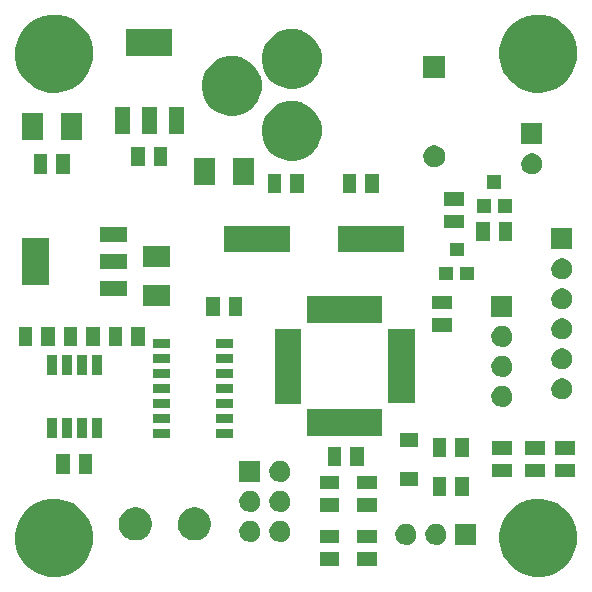
<source format=gts>
G04 (created by PCBNEW (2013-07-07 BZR 4022)-stable) date 12/31/2014 11:50:11 PM*
%MOIN*%
G04 Gerber Fmt 3.4, Leading zero omitted, Abs format*
%FSLAX34Y34*%
G01*
G70*
G90*
G04 APERTURE LIST*
%ADD10C,0.00590551*%
G04 APERTURE END LIST*
G54D10*
G36*
X850Y-11325D02*
X399Y-11325D01*
X399Y-10674D01*
X850Y-10674D01*
X850Y-11325D01*
X850Y-11325D01*
G37*
G36*
X1200Y-4450D02*
X499Y-4450D01*
X499Y-3549D01*
X1200Y-3549D01*
X1200Y-4450D01*
X1200Y-4450D01*
G37*
G36*
X1350Y-5575D02*
X899Y-5575D01*
X899Y-4924D01*
X1350Y-4924D01*
X1350Y-5575D01*
X1350Y-5575D01*
G37*
G36*
X1400Y-9270D02*
X499Y-9270D01*
X499Y-7729D01*
X1400Y-7729D01*
X1400Y-9270D01*
X1400Y-9270D01*
G37*
G36*
X1600Y-11325D02*
X1149Y-11325D01*
X1149Y-10674D01*
X1600Y-10674D01*
X1600Y-11325D01*
X1600Y-11325D01*
G37*
G36*
X1668Y-12275D02*
X1331Y-12275D01*
X1331Y-11624D01*
X1668Y-11624D01*
X1668Y-12275D01*
X1668Y-12275D01*
G37*
G36*
X1668Y-14375D02*
X1331Y-14375D01*
X1331Y-13724D01*
X1668Y-13724D01*
X1668Y-14375D01*
X1668Y-14375D01*
G37*
G36*
X2100Y-5575D02*
X1649Y-5575D01*
X1649Y-4924D01*
X2100Y-4924D01*
X2100Y-5575D01*
X2100Y-5575D01*
G37*
G36*
X2100Y-15575D02*
X1649Y-15575D01*
X1649Y-14924D01*
X2100Y-14924D01*
X2100Y-15575D01*
X2100Y-15575D01*
G37*
G36*
X2168Y-12275D02*
X1831Y-12275D01*
X1831Y-11624D01*
X2168Y-11624D01*
X2168Y-12275D01*
X2168Y-12275D01*
G37*
G36*
X2168Y-14375D02*
X1831Y-14375D01*
X1831Y-13724D01*
X2168Y-13724D01*
X2168Y-14375D01*
X2168Y-14375D01*
G37*
G36*
X2350Y-11325D02*
X1899Y-11325D01*
X1899Y-10674D01*
X2350Y-10674D01*
X2350Y-11325D01*
X2350Y-11325D01*
G37*
G36*
X2500Y-4450D02*
X1799Y-4450D01*
X1799Y-3549D01*
X2500Y-3549D01*
X2500Y-4450D01*
X2500Y-4450D01*
G37*
G36*
X2668Y-12275D02*
X2331Y-12275D01*
X2331Y-11624D01*
X2668Y-11624D01*
X2668Y-12275D01*
X2668Y-12275D01*
G37*
G36*
X2668Y-14375D02*
X2331Y-14375D01*
X2331Y-13724D01*
X2668Y-13724D01*
X2668Y-14375D01*
X2668Y-14375D01*
G37*
G36*
X2850Y-15575D02*
X2399Y-15575D01*
X2399Y-14924D01*
X2850Y-14924D01*
X2850Y-15575D01*
X2850Y-15575D01*
G37*
G36*
X2875Y-1449D02*
X2871Y-1736D01*
X2813Y-1988D01*
X2711Y-2218D01*
X2562Y-2429D01*
X2380Y-2603D01*
X2162Y-2741D01*
X1927Y-2832D01*
X1673Y-2877D01*
X1422Y-2872D01*
X1169Y-2816D01*
X939Y-2716D01*
X726Y-2568D01*
X552Y-2387D01*
X411Y-2170D01*
X319Y-1936D01*
X272Y-1682D01*
X276Y-1431D01*
X330Y-1177D01*
X428Y-947D01*
X575Y-733D01*
X754Y-557D01*
X971Y-415D01*
X1203Y-322D01*
X1458Y-273D01*
X1709Y-275D01*
X1963Y-327D01*
X2194Y-424D01*
X2409Y-569D01*
X2585Y-747D01*
X2729Y-963D01*
X2824Y-1194D01*
X2875Y-1449D01*
X2875Y-1449D01*
G37*
G36*
X2875Y-17590D02*
X2871Y-17878D01*
X2813Y-18130D01*
X2711Y-18360D01*
X2562Y-18571D01*
X2380Y-18744D01*
X2162Y-18883D01*
X1927Y-18974D01*
X1673Y-19019D01*
X1422Y-19014D01*
X1169Y-18958D01*
X939Y-18857D01*
X726Y-18710D01*
X552Y-18529D01*
X411Y-18311D01*
X319Y-18078D01*
X272Y-17823D01*
X276Y-17573D01*
X330Y-17319D01*
X428Y-17089D01*
X575Y-16875D01*
X754Y-16699D01*
X971Y-16557D01*
X1203Y-16463D01*
X1458Y-16415D01*
X1709Y-16416D01*
X1963Y-16469D01*
X2194Y-16566D01*
X2409Y-16711D01*
X2585Y-16888D01*
X2729Y-17105D01*
X2824Y-17336D01*
X2875Y-17590D01*
X2875Y-17590D01*
G37*
G36*
X3100Y-11325D02*
X2649Y-11325D01*
X2649Y-10674D01*
X3100Y-10674D01*
X3100Y-11325D01*
X3100Y-11325D01*
G37*
G36*
X3168Y-12275D02*
X2831Y-12275D01*
X2831Y-11624D01*
X3168Y-11624D01*
X3168Y-12275D01*
X3168Y-12275D01*
G37*
G36*
X3168Y-14375D02*
X2831Y-14375D01*
X2831Y-13724D01*
X3168Y-13724D01*
X3168Y-14375D01*
X3168Y-14375D01*
G37*
G36*
X3850Y-11325D02*
X3399Y-11325D01*
X3399Y-10674D01*
X3850Y-10674D01*
X3850Y-11325D01*
X3850Y-11325D01*
G37*
G36*
X4000Y-7850D02*
X3099Y-7850D01*
X3099Y-7349D01*
X4000Y-7349D01*
X4000Y-7850D01*
X4000Y-7850D01*
G37*
G36*
X4000Y-8750D02*
X3099Y-8750D01*
X3099Y-8249D01*
X4000Y-8249D01*
X4000Y-8750D01*
X4000Y-8750D01*
G37*
G36*
X4000Y-9650D02*
X3099Y-9650D01*
X3099Y-9149D01*
X4000Y-9149D01*
X4000Y-9650D01*
X4000Y-9650D01*
G37*
G36*
X4100Y-4250D02*
X3599Y-4250D01*
X3599Y-3349D01*
X4100Y-3349D01*
X4100Y-4250D01*
X4100Y-4250D01*
G37*
G36*
X4600Y-5325D02*
X4149Y-5325D01*
X4149Y-4674D01*
X4600Y-4674D01*
X4600Y-5325D01*
X4600Y-5325D01*
G37*
G36*
X4600Y-11325D02*
X4149Y-11325D01*
X4149Y-10674D01*
X4600Y-10674D01*
X4600Y-11325D01*
X4600Y-11325D01*
G37*
G36*
X4831Y-17197D02*
X4830Y-17317D01*
X4805Y-17426D01*
X4763Y-17521D01*
X4698Y-17612D01*
X4623Y-17684D01*
X4529Y-17744D01*
X4431Y-17781D01*
X4321Y-17801D01*
X4217Y-17799D01*
X4108Y-17775D01*
X4013Y-17733D01*
X3921Y-17669D01*
X3849Y-17594D01*
X3788Y-17500D01*
X3750Y-17404D01*
X3730Y-17294D01*
X3731Y-17190D01*
X3755Y-17080D01*
X3795Y-16985D01*
X3859Y-16892D01*
X3933Y-16820D01*
X4027Y-16758D01*
X4123Y-16720D01*
X4233Y-16699D01*
X4337Y-16699D01*
X4447Y-16722D01*
X4542Y-16762D01*
X4635Y-16825D01*
X4708Y-16898D01*
X4770Y-16992D01*
X4810Y-17087D01*
X4831Y-17197D01*
X4831Y-17197D01*
G37*
G36*
X5000Y-4250D02*
X4499Y-4250D01*
X4499Y-3349D01*
X5000Y-3349D01*
X5000Y-4250D01*
X5000Y-4250D01*
G37*
G36*
X5350Y-5325D02*
X4899Y-5325D01*
X4899Y-4674D01*
X5350Y-4674D01*
X5350Y-5325D01*
X5350Y-5325D01*
G37*
G36*
X5425Y-11400D02*
X4874Y-11400D01*
X4874Y-11099D01*
X5425Y-11099D01*
X5425Y-11400D01*
X5425Y-11400D01*
G37*
G36*
X5425Y-11900D02*
X4874Y-11900D01*
X4874Y-11599D01*
X5425Y-11599D01*
X5425Y-11900D01*
X5425Y-11900D01*
G37*
G36*
X5425Y-12400D02*
X4874Y-12400D01*
X4874Y-12099D01*
X5425Y-12099D01*
X5425Y-12400D01*
X5425Y-12400D01*
G37*
G36*
X5425Y-12900D02*
X4874Y-12900D01*
X4874Y-12599D01*
X5425Y-12599D01*
X5425Y-12900D01*
X5425Y-12900D01*
G37*
G36*
X5425Y-13400D02*
X4874Y-13400D01*
X4874Y-13099D01*
X5425Y-13099D01*
X5425Y-13400D01*
X5425Y-13400D01*
G37*
G36*
X5425Y-13900D02*
X4874Y-13900D01*
X4874Y-13599D01*
X5425Y-13599D01*
X5425Y-13900D01*
X5425Y-13900D01*
G37*
G36*
X5425Y-14400D02*
X4874Y-14400D01*
X4874Y-14099D01*
X5425Y-14099D01*
X5425Y-14400D01*
X5425Y-14400D01*
G37*
G36*
X5450Y-8700D02*
X4549Y-8700D01*
X4549Y-7999D01*
X5450Y-7999D01*
X5450Y-8700D01*
X5450Y-8700D01*
G37*
G36*
X5450Y-10000D02*
X4549Y-10000D01*
X4549Y-9299D01*
X5450Y-9299D01*
X5450Y-10000D01*
X5450Y-10000D01*
G37*
G36*
X5520Y-1650D02*
X3979Y-1650D01*
X3979Y-749D01*
X5520Y-749D01*
X5520Y-1650D01*
X5520Y-1650D01*
G37*
G36*
X5900Y-4250D02*
X5399Y-4250D01*
X5399Y-3349D01*
X5900Y-3349D01*
X5900Y-4250D01*
X5900Y-4250D01*
G37*
G36*
X6800Y-17197D02*
X6798Y-17317D01*
X6774Y-17426D01*
X6731Y-17521D01*
X6667Y-17612D01*
X6591Y-17684D01*
X6497Y-17744D01*
X6400Y-17781D01*
X6290Y-17801D01*
X6186Y-17799D01*
X6077Y-17775D01*
X5982Y-17733D01*
X5890Y-17669D01*
X5817Y-17594D01*
X5757Y-17500D01*
X5719Y-17404D01*
X5698Y-17294D01*
X5700Y-17190D01*
X5723Y-17080D01*
X5764Y-16985D01*
X5827Y-16892D01*
X5901Y-16820D01*
X5995Y-16758D01*
X6091Y-16720D01*
X6202Y-16699D01*
X6305Y-16699D01*
X6415Y-16722D01*
X6510Y-16762D01*
X6604Y-16825D01*
X6676Y-16898D01*
X6739Y-16992D01*
X6778Y-17087D01*
X6800Y-17197D01*
X6800Y-17197D01*
G37*
G36*
X6950Y-5950D02*
X6249Y-5950D01*
X6249Y-5049D01*
X6950Y-5049D01*
X6950Y-5950D01*
X6950Y-5950D01*
G37*
G36*
X7100Y-10325D02*
X6649Y-10325D01*
X6649Y-9674D01*
X7100Y-9674D01*
X7100Y-10325D01*
X7100Y-10325D01*
G37*
G36*
X7525Y-11400D02*
X6974Y-11400D01*
X6974Y-11099D01*
X7525Y-11099D01*
X7525Y-11400D01*
X7525Y-11400D01*
G37*
G36*
X7525Y-11900D02*
X6974Y-11900D01*
X6974Y-11599D01*
X7525Y-11599D01*
X7525Y-11900D01*
X7525Y-11900D01*
G37*
G36*
X7525Y-12400D02*
X6974Y-12400D01*
X6974Y-12099D01*
X7525Y-12099D01*
X7525Y-12400D01*
X7525Y-12400D01*
G37*
G36*
X7525Y-12900D02*
X6974Y-12900D01*
X6974Y-12599D01*
X7525Y-12599D01*
X7525Y-12900D01*
X7525Y-12900D01*
G37*
G36*
X7525Y-13400D02*
X6974Y-13400D01*
X6974Y-13099D01*
X7525Y-13099D01*
X7525Y-13400D01*
X7525Y-13400D01*
G37*
G36*
X7525Y-13900D02*
X6974Y-13900D01*
X6974Y-13599D01*
X7525Y-13599D01*
X7525Y-13900D01*
X7525Y-13900D01*
G37*
G36*
X7525Y-14400D02*
X6974Y-14400D01*
X6974Y-14099D01*
X7525Y-14099D01*
X7525Y-14400D01*
X7525Y-14400D01*
G37*
G36*
X7850Y-10325D02*
X7399Y-10325D01*
X7399Y-9674D01*
X7850Y-9674D01*
X7850Y-10325D01*
X7850Y-10325D01*
G37*
G36*
X8250Y-5950D02*
X7549Y-5950D01*
X7549Y-5049D01*
X8250Y-5049D01*
X8250Y-5950D01*
X8250Y-5950D01*
G37*
G36*
X8450Y-16467D02*
X8449Y-16542D01*
X8433Y-16612D01*
X8406Y-16672D01*
X8365Y-16731D01*
X8318Y-16776D01*
X8256Y-16814D01*
X8196Y-16838D01*
X8125Y-16851D01*
X8060Y-16849D01*
X7989Y-16834D01*
X7930Y-16808D01*
X7870Y-16766D01*
X7825Y-16720D01*
X7786Y-16659D01*
X7762Y-16598D01*
X7749Y-16527D01*
X7750Y-16462D01*
X7765Y-16391D01*
X7790Y-16332D01*
X7831Y-16272D01*
X7877Y-16227D01*
X7938Y-16187D01*
X7998Y-16163D01*
X8070Y-16149D01*
X8134Y-16149D01*
X8206Y-16164D01*
X8265Y-16189D01*
X8326Y-16230D01*
X8371Y-16275D01*
X8411Y-16336D01*
X8436Y-16395D01*
X8450Y-16467D01*
X8450Y-16467D01*
G37*
G36*
X8450Y-17467D02*
X8449Y-17542D01*
X8433Y-17612D01*
X8406Y-17672D01*
X8365Y-17731D01*
X8318Y-17776D01*
X8256Y-17814D01*
X8196Y-17838D01*
X8125Y-17851D01*
X8060Y-17849D01*
X7989Y-17834D01*
X7930Y-17808D01*
X7870Y-17766D01*
X7825Y-17720D01*
X7786Y-17659D01*
X7762Y-17598D01*
X7749Y-17527D01*
X7750Y-17462D01*
X7765Y-17391D01*
X7790Y-17332D01*
X7831Y-17272D01*
X7877Y-17227D01*
X7938Y-17187D01*
X7998Y-17163D01*
X8070Y-17149D01*
X8134Y-17149D01*
X8206Y-17164D01*
X8265Y-17189D01*
X8326Y-17230D01*
X8371Y-17275D01*
X8411Y-17336D01*
X8436Y-17395D01*
X8450Y-17467D01*
X8450Y-17467D01*
G37*
G36*
X8450Y-15850D02*
X7749Y-15850D01*
X7749Y-15149D01*
X8450Y-15149D01*
X8450Y-15850D01*
X8450Y-15850D01*
G37*
G36*
X8495Y-2554D02*
X8492Y-2773D01*
X8448Y-2967D01*
X8370Y-3142D01*
X8255Y-3304D01*
X8117Y-3436D01*
X7949Y-3543D01*
X7770Y-3612D01*
X7574Y-3647D01*
X7383Y-3643D01*
X7189Y-3600D01*
X7013Y-3523D01*
X6850Y-3410D01*
X6717Y-3272D01*
X6609Y-3105D01*
X6539Y-2927D01*
X6503Y-2731D01*
X6505Y-2540D01*
X6547Y-2345D01*
X6622Y-2170D01*
X6735Y-2005D01*
X6871Y-1872D01*
X7038Y-1762D01*
X7215Y-1691D01*
X7411Y-1653D01*
X7602Y-1655D01*
X7797Y-1695D01*
X7973Y-1769D01*
X8139Y-1880D01*
X8273Y-2016D01*
X8384Y-2182D01*
X8456Y-2358D01*
X8495Y-2554D01*
X8495Y-2554D01*
G37*
G36*
X9150Y-6225D02*
X8699Y-6225D01*
X8699Y-5574D01*
X9150Y-5574D01*
X9150Y-6225D01*
X9150Y-6225D01*
G37*
G36*
X9450Y-15467D02*
X9449Y-15542D01*
X9433Y-15612D01*
X9406Y-15672D01*
X9365Y-15731D01*
X9318Y-15776D01*
X9256Y-15814D01*
X9196Y-15838D01*
X9125Y-15851D01*
X9060Y-15849D01*
X8989Y-15834D01*
X8930Y-15808D01*
X8870Y-15766D01*
X8825Y-15720D01*
X8786Y-15659D01*
X8762Y-15598D01*
X8749Y-15527D01*
X8750Y-15462D01*
X8765Y-15391D01*
X8790Y-15332D01*
X8831Y-15272D01*
X8877Y-15227D01*
X8938Y-15187D01*
X8998Y-15163D01*
X9070Y-15149D01*
X9134Y-15149D01*
X9206Y-15164D01*
X9265Y-15189D01*
X9326Y-15230D01*
X9371Y-15275D01*
X9411Y-15336D01*
X9436Y-15395D01*
X9450Y-15467D01*
X9450Y-15467D01*
G37*
G36*
X9450Y-16467D02*
X9449Y-16542D01*
X9433Y-16612D01*
X9406Y-16672D01*
X9365Y-16731D01*
X9318Y-16776D01*
X9256Y-16814D01*
X9196Y-16838D01*
X9125Y-16851D01*
X9060Y-16849D01*
X8989Y-16834D01*
X8930Y-16808D01*
X8870Y-16766D01*
X8825Y-16720D01*
X8786Y-16659D01*
X8762Y-16598D01*
X8749Y-16527D01*
X8750Y-16462D01*
X8765Y-16391D01*
X8790Y-16332D01*
X8831Y-16272D01*
X8877Y-16227D01*
X8938Y-16187D01*
X8998Y-16163D01*
X9070Y-16149D01*
X9134Y-16149D01*
X9206Y-16164D01*
X9265Y-16189D01*
X9326Y-16230D01*
X9371Y-16275D01*
X9411Y-16336D01*
X9436Y-16395D01*
X9450Y-16467D01*
X9450Y-16467D01*
G37*
G36*
X9450Y-17467D02*
X9449Y-17542D01*
X9433Y-17612D01*
X9406Y-17672D01*
X9365Y-17731D01*
X9318Y-17776D01*
X9256Y-17814D01*
X9196Y-17838D01*
X9125Y-17851D01*
X9060Y-17849D01*
X8989Y-17834D01*
X8930Y-17808D01*
X8870Y-17766D01*
X8825Y-17720D01*
X8786Y-17659D01*
X8762Y-17598D01*
X8749Y-17527D01*
X8750Y-17462D01*
X8765Y-17391D01*
X8790Y-17332D01*
X8831Y-17272D01*
X8877Y-17227D01*
X8938Y-17187D01*
X8998Y-17163D01*
X9070Y-17149D01*
X9134Y-17149D01*
X9206Y-17164D01*
X9265Y-17189D01*
X9326Y-17230D01*
X9371Y-17275D01*
X9411Y-17336D01*
X9436Y-17395D01*
X9450Y-17467D01*
X9450Y-17467D01*
G37*
G36*
X9450Y-8180D02*
X7249Y-8180D01*
X7249Y-7319D01*
X9450Y-7319D01*
X9450Y-8180D01*
X9450Y-8180D01*
G37*
G36*
X9813Y-13238D02*
X8926Y-13238D01*
X8926Y-12948D01*
X8926Y-12941D01*
X8926Y-12938D01*
X8926Y-12931D01*
X8926Y-12628D01*
X8926Y-12621D01*
X8926Y-12618D01*
X8926Y-12611D01*
X8926Y-12308D01*
X8926Y-12301D01*
X8926Y-12298D01*
X8926Y-12291D01*
X8926Y-11998D01*
X8926Y-11988D01*
X8926Y-11981D01*
X8926Y-11971D01*
X8926Y-11688D01*
X8926Y-11678D01*
X8926Y-11671D01*
X8926Y-11661D01*
X8926Y-11368D01*
X8926Y-11361D01*
X8926Y-11358D01*
X8926Y-11351D01*
X8926Y-11058D01*
X8926Y-11048D01*
X8926Y-11041D01*
X8926Y-11031D01*
X8926Y-10751D01*
X9813Y-10751D01*
X9813Y-11031D01*
X9813Y-11041D01*
X9813Y-11048D01*
X9813Y-11058D01*
X9813Y-11351D01*
X9813Y-11358D01*
X9813Y-11361D01*
X9813Y-11368D01*
X9813Y-11661D01*
X9813Y-11671D01*
X9813Y-11678D01*
X9813Y-11688D01*
X9813Y-11971D01*
X9813Y-11981D01*
X9813Y-11988D01*
X9813Y-11998D01*
X9813Y-12291D01*
X9813Y-12298D01*
X9813Y-12301D01*
X9813Y-12308D01*
X9813Y-12611D01*
X9813Y-12618D01*
X9813Y-12621D01*
X9813Y-12628D01*
X9813Y-12931D01*
X9813Y-12938D01*
X9813Y-12941D01*
X9813Y-12948D01*
X9813Y-13238D01*
X9813Y-13238D01*
G37*
G36*
X9900Y-6225D02*
X9449Y-6225D01*
X9449Y-5574D01*
X9900Y-5574D01*
X9900Y-6225D01*
X9900Y-6225D01*
G37*
G36*
X10495Y-1654D02*
X10492Y-1873D01*
X10448Y-2067D01*
X10370Y-2242D01*
X10255Y-2404D01*
X10117Y-2536D01*
X9949Y-2643D01*
X9770Y-2712D01*
X9574Y-2747D01*
X9383Y-2743D01*
X9189Y-2700D01*
X9013Y-2623D01*
X8850Y-2510D01*
X8717Y-2372D01*
X8609Y-2205D01*
X8539Y-2027D01*
X8503Y-1831D01*
X8505Y-1640D01*
X8547Y-1445D01*
X8622Y-1270D01*
X8735Y-1105D01*
X8871Y-972D01*
X9038Y-862D01*
X9215Y-791D01*
X9411Y-753D01*
X9602Y-755D01*
X9797Y-795D01*
X9973Y-869D01*
X10139Y-980D01*
X10273Y-1116D01*
X10384Y-1282D01*
X10456Y-1458D01*
X10495Y-1654D01*
X10495Y-1654D01*
G37*
G36*
X10495Y-4054D02*
X10492Y-4273D01*
X10448Y-4467D01*
X10370Y-4642D01*
X10255Y-4804D01*
X10117Y-4936D01*
X9949Y-5043D01*
X9770Y-5112D01*
X9574Y-5147D01*
X9383Y-5143D01*
X9189Y-5100D01*
X9013Y-5023D01*
X8850Y-4910D01*
X8717Y-4772D01*
X8609Y-4605D01*
X8539Y-4427D01*
X8503Y-4231D01*
X8505Y-4040D01*
X8547Y-3845D01*
X8622Y-3670D01*
X8735Y-3505D01*
X8871Y-3372D01*
X9038Y-3262D01*
X9215Y-3191D01*
X9411Y-3153D01*
X9602Y-3155D01*
X9797Y-3195D01*
X9973Y-3269D01*
X10139Y-3380D01*
X10273Y-3516D01*
X10384Y-3682D01*
X10456Y-3858D01*
X10495Y-4054D01*
X10495Y-4054D01*
G37*
G36*
X11075Y-16100D02*
X10424Y-16100D01*
X10424Y-15649D01*
X11075Y-15649D01*
X11075Y-16100D01*
X11075Y-16100D01*
G37*
G36*
X11075Y-16850D02*
X10424Y-16850D01*
X10424Y-16399D01*
X11075Y-16399D01*
X11075Y-16850D01*
X11075Y-16850D01*
G37*
G36*
X11075Y-17900D02*
X10424Y-17900D01*
X10424Y-17449D01*
X11075Y-17449D01*
X11075Y-17900D01*
X11075Y-17900D01*
G37*
G36*
X11075Y-18650D02*
X10424Y-18650D01*
X10424Y-18199D01*
X11075Y-18199D01*
X11075Y-18650D01*
X11075Y-18650D01*
G37*
G36*
X11150Y-15325D02*
X10699Y-15325D01*
X10699Y-14674D01*
X11150Y-14674D01*
X11150Y-15325D01*
X11150Y-15325D01*
G37*
G36*
X11650Y-6225D02*
X11199Y-6225D01*
X11199Y-5574D01*
X11650Y-5574D01*
X11650Y-6225D01*
X11650Y-6225D01*
G37*
G36*
X11900Y-15325D02*
X11449Y-15325D01*
X11449Y-14674D01*
X11900Y-14674D01*
X11900Y-15325D01*
X11900Y-15325D01*
G37*
G36*
X12325Y-16100D02*
X11674Y-16100D01*
X11674Y-15649D01*
X12325Y-15649D01*
X12325Y-16100D01*
X12325Y-16100D01*
G37*
G36*
X12325Y-16850D02*
X11674Y-16850D01*
X11674Y-16399D01*
X12325Y-16399D01*
X12325Y-16850D01*
X12325Y-16850D01*
G37*
G36*
X12325Y-17900D02*
X11674Y-17900D01*
X11674Y-17449D01*
X12325Y-17449D01*
X12325Y-17900D01*
X12325Y-17900D01*
G37*
G36*
X12325Y-18650D02*
X11674Y-18650D01*
X11674Y-18199D01*
X12325Y-18199D01*
X12325Y-18650D01*
X12325Y-18650D01*
G37*
G36*
X12400Y-6225D02*
X11949Y-6225D01*
X11949Y-5574D01*
X12400Y-5574D01*
X12400Y-6225D01*
X12400Y-6225D01*
G37*
G36*
X12498Y-14313D02*
X12218Y-14313D01*
X12208Y-14313D01*
X12201Y-14313D01*
X12191Y-14313D01*
X11898Y-14313D01*
X11891Y-14313D01*
X11888Y-14313D01*
X11881Y-14313D01*
X11588Y-14313D01*
X11578Y-14313D01*
X11571Y-14313D01*
X11561Y-14313D01*
X11268Y-14313D01*
X11261Y-14313D01*
X11258Y-14313D01*
X11251Y-14313D01*
X10958Y-14313D01*
X10948Y-14313D01*
X10941Y-14313D01*
X10931Y-14313D01*
X10638Y-14313D01*
X10631Y-14313D01*
X10628Y-14313D01*
X10621Y-14313D01*
X10318Y-14313D01*
X10311Y-14313D01*
X10308Y-14313D01*
X10301Y-14313D01*
X10011Y-14313D01*
X10011Y-13426D01*
X10301Y-13426D01*
X10308Y-13426D01*
X10311Y-13426D01*
X10318Y-13426D01*
X10621Y-13426D01*
X10628Y-13426D01*
X10631Y-13426D01*
X10638Y-13426D01*
X10931Y-13426D01*
X10941Y-13426D01*
X10948Y-13426D01*
X10958Y-13426D01*
X11251Y-13426D01*
X11258Y-13426D01*
X11261Y-13426D01*
X11268Y-13426D01*
X11561Y-13426D01*
X11571Y-13426D01*
X11578Y-13426D01*
X11588Y-13426D01*
X11881Y-13426D01*
X11888Y-13426D01*
X11891Y-13426D01*
X11898Y-13426D01*
X12191Y-13426D01*
X12201Y-13426D01*
X12208Y-13426D01*
X12218Y-13426D01*
X12498Y-13426D01*
X12498Y-14313D01*
X12498Y-14313D01*
G37*
G36*
X12500Y-10547D02*
X12215Y-10547D01*
X12205Y-10547D01*
X12203Y-10547D01*
X12193Y-10547D01*
X11900Y-10547D01*
X11890Y-10547D01*
X11888Y-10547D01*
X11878Y-10547D01*
X11585Y-10547D01*
X11575Y-10547D01*
X11573Y-10547D01*
X11563Y-10547D01*
X11270Y-10547D01*
X11260Y-10547D01*
X11258Y-10547D01*
X11248Y-10547D01*
X10955Y-10547D01*
X10945Y-10547D01*
X10943Y-10547D01*
X10933Y-10547D01*
X10640Y-10547D01*
X10630Y-10547D01*
X10628Y-10547D01*
X10618Y-10547D01*
X10325Y-10547D01*
X10315Y-10547D01*
X10313Y-10547D01*
X10303Y-10547D01*
X10018Y-10547D01*
X10018Y-9660D01*
X10303Y-9660D01*
X10313Y-9660D01*
X10315Y-9660D01*
X10325Y-9660D01*
X10618Y-9660D01*
X10628Y-9660D01*
X10630Y-9660D01*
X10640Y-9660D01*
X10933Y-9660D01*
X10943Y-9660D01*
X10945Y-9660D01*
X10955Y-9660D01*
X11248Y-9660D01*
X11258Y-9660D01*
X11260Y-9660D01*
X11270Y-9660D01*
X11563Y-9660D01*
X11573Y-9660D01*
X11575Y-9660D01*
X11585Y-9660D01*
X11878Y-9660D01*
X11888Y-9660D01*
X11890Y-9660D01*
X11900Y-9660D01*
X12193Y-9660D01*
X12203Y-9660D01*
X12205Y-9660D01*
X12215Y-9660D01*
X12500Y-9660D01*
X12500Y-10547D01*
X12500Y-10547D01*
G37*
G36*
X13250Y-8180D02*
X11049Y-8180D01*
X11049Y-7319D01*
X13250Y-7319D01*
X13250Y-8180D01*
X13250Y-8180D01*
G37*
G36*
X13593Y-13230D02*
X12706Y-13230D01*
X12706Y-12946D01*
X12706Y-12936D01*
X12706Y-12933D01*
X12706Y-12923D01*
X12706Y-12630D01*
X12706Y-12620D01*
X12706Y-12619D01*
X12706Y-12609D01*
X12706Y-12316D01*
X12706Y-12306D01*
X12706Y-12303D01*
X12706Y-12293D01*
X12706Y-12000D01*
X12706Y-11990D01*
X12706Y-11989D01*
X12706Y-11979D01*
X12706Y-11686D01*
X12706Y-11676D01*
X12706Y-11673D01*
X12706Y-11663D01*
X12706Y-11370D01*
X12706Y-11360D01*
X12706Y-11359D01*
X12706Y-11349D01*
X12706Y-11056D01*
X12706Y-11046D01*
X12706Y-11043D01*
X12706Y-11033D01*
X12706Y-10749D01*
X13593Y-10749D01*
X13593Y-11033D01*
X13593Y-11043D01*
X13593Y-11046D01*
X13593Y-11056D01*
X13593Y-11349D01*
X13593Y-11359D01*
X13593Y-11360D01*
X13593Y-11370D01*
X13593Y-11663D01*
X13593Y-11673D01*
X13593Y-11676D01*
X13593Y-11686D01*
X13593Y-11979D01*
X13593Y-11989D01*
X13593Y-11990D01*
X13593Y-12000D01*
X13593Y-12293D01*
X13593Y-12303D01*
X13593Y-12306D01*
X13593Y-12316D01*
X13593Y-12609D01*
X13593Y-12619D01*
X13593Y-12620D01*
X13593Y-12630D01*
X13593Y-12923D01*
X13593Y-12933D01*
X13593Y-12936D01*
X13593Y-12946D01*
X13593Y-13230D01*
X13593Y-13230D01*
G37*
G36*
X13650Y-17567D02*
X13649Y-17642D01*
X13633Y-17712D01*
X13606Y-17772D01*
X13565Y-17831D01*
X13518Y-17876D01*
X13456Y-17914D01*
X13396Y-17938D01*
X13325Y-17951D01*
X13260Y-17949D01*
X13189Y-17934D01*
X13130Y-17908D01*
X13070Y-17866D01*
X13025Y-17820D01*
X12986Y-17759D01*
X12962Y-17698D01*
X12949Y-17627D01*
X12950Y-17562D01*
X12965Y-17491D01*
X12990Y-17432D01*
X13031Y-17372D01*
X13077Y-17327D01*
X13138Y-17287D01*
X13198Y-17263D01*
X13270Y-17249D01*
X13334Y-17249D01*
X13406Y-17264D01*
X13465Y-17289D01*
X13526Y-17330D01*
X13571Y-17375D01*
X13611Y-17436D01*
X13636Y-17495D01*
X13650Y-17567D01*
X13650Y-17567D01*
G37*
G36*
X13690Y-14685D02*
X13109Y-14685D01*
X13109Y-14226D01*
X13690Y-14226D01*
X13690Y-14685D01*
X13690Y-14685D01*
G37*
G36*
X13690Y-15973D02*
X13109Y-15973D01*
X13109Y-15514D01*
X13690Y-15514D01*
X13690Y-15973D01*
X13690Y-15973D01*
G37*
G36*
X14615Y-4962D02*
X14614Y-5040D01*
X14597Y-5113D01*
X14569Y-5175D01*
X14526Y-5237D01*
X14477Y-5284D01*
X14413Y-5324D01*
X14350Y-5348D01*
X14276Y-5362D01*
X14208Y-5360D01*
X14134Y-5344D01*
X14072Y-5317D01*
X14010Y-5274D01*
X13963Y-5225D01*
X13922Y-5161D01*
X13897Y-5099D01*
X13884Y-5024D01*
X13885Y-4957D01*
X13900Y-4883D01*
X13927Y-4821D01*
X13970Y-4758D01*
X14018Y-4711D01*
X14081Y-4669D01*
X14144Y-4644D01*
X14219Y-4630D01*
X14286Y-4630D01*
X14360Y-4646D01*
X14422Y-4672D01*
X14485Y-4714D01*
X14532Y-4762D01*
X14575Y-4825D01*
X14600Y-4887D01*
X14615Y-4962D01*
X14615Y-4962D01*
G37*
G36*
X14615Y-2369D02*
X13884Y-2369D01*
X13884Y-1638D01*
X14615Y-1638D01*
X14615Y-2369D01*
X14615Y-2369D01*
G37*
G36*
X14650Y-17567D02*
X14649Y-17642D01*
X14633Y-17712D01*
X14606Y-17772D01*
X14565Y-17831D01*
X14518Y-17876D01*
X14456Y-17914D01*
X14396Y-17938D01*
X14325Y-17951D01*
X14260Y-17949D01*
X14189Y-17934D01*
X14130Y-17908D01*
X14070Y-17866D01*
X14025Y-17820D01*
X13986Y-17759D01*
X13962Y-17698D01*
X13949Y-17627D01*
X13950Y-17562D01*
X13965Y-17491D01*
X13990Y-17432D01*
X14031Y-17372D01*
X14077Y-17327D01*
X14138Y-17287D01*
X14198Y-17263D01*
X14270Y-17249D01*
X14334Y-17249D01*
X14406Y-17264D01*
X14465Y-17289D01*
X14526Y-17330D01*
X14571Y-17375D01*
X14611Y-17436D01*
X14636Y-17495D01*
X14650Y-17567D01*
X14650Y-17567D01*
G37*
G36*
X14650Y-15025D02*
X14199Y-15025D01*
X14199Y-14374D01*
X14650Y-14374D01*
X14650Y-15025D01*
X14650Y-15025D01*
G37*
G36*
X14650Y-16325D02*
X14199Y-16325D01*
X14199Y-15674D01*
X14650Y-15674D01*
X14650Y-16325D01*
X14650Y-16325D01*
G37*
G36*
X14825Y-10100D02*
X14174Y-10100D01*
X14174Y-9649D01*
X14825Y-9649D01*
X14825Y-10100D01*
X14825Y-10100D01*
G37*
G36*
X14825Y-10850D02*
X14174Y-10850D01*
X14174Y-10399D01*
X14825Y-10399D01*
X14825Y-10850D01*
X14825Y-10850D01*
G37*
G36*
X14880Y-9130D02*
X14419Y-9130D01*
X14419Y-8669D01*
X14880Y-8669D01*
X14880Y-9130D01*
X14880Y-9130D01*
G37*
G36*
X15225Y-6650D02*
X14574Y-6650D01*
X14574Y-6199D01*
X15225Y-6199D01*
X15225Y-6650D01*
X15225Y-6650D01*
G37*
G36*
X15225Y-7400D02*
X14574Y-7400D01*
X14574Y-6949D01*
X15225Y-6949D01*
X15225Y-7400D01*
X15225Y-7400D01*
G37*
G36*
X15230Y-8330D02*
X14769Y-8330D01*
X14769Y-7869D01*
X15230Y-7869D01*
X15230Y-8330D01*
X15230Y-8330D01*
G37*
G36*
X15400Y-15025D02*
X14949Y-15025D01*
X14949Y-14374D01*
X15400Y-14374D01*
X15400Y-15025D01*
X15400Y-15025D01*
G37*
G36*
X15400Y-16325D02*
X14949Y-16325D01*
X14949Y-15674D01*
X15400Y-15674D01*
X15400Y-16325D01*
X15400Y-16325D01*
G37*
G36*
X15580Y-9130D02*
X15119Y-9130D01*
X15119Y-8669D01*
X15580Y-8669D01*
X15580Y-9130D01*
X15580Y-9130D01*
G37*
G36*
X15650Y-17950D02*
X14949Y-17950D01*
X14949Y-17249D01*
X15650Y-17249D01*
X15650Y-17950D01*
X15650Y-17950D01*
G37*
G36*
X16100Y-7825D02*
X15649Y-7825D01*
X15649Y-7174D01*
X16100Y-7174D01*
X16100Y-7825D01*
X16100Y-7825D01*
G37*
G36*
X16130Y-6880D02*
X15669Y-6880D01*
X15669Y-6419D01*
X16130Y-6419D01*
X16130Y-6880D01*
X16130Y-6880D01*
G37*
G36*
X16480Y-6080D02*
X16019Y-6080D01*
X16019Y-5619D01*
X16480Y-5619D01*
X16480Y-6080D01*
X16480Y-6080D01*
G37*
G36*
X16825Y-14950D02*
X16174Y-14950D01*
X16174Y-14499D01*
X16825Y-14499D01*
X16825Y-14950D01*
X16825Y-14950D01*
G37*
G36*
X16825Y-15700D02*
X16174Y-15700D01*
X16174Y-15249D01*
X16825Y-15249D01*
X16825Y-15700D01*
X16825Y-15700D01*
G37*
G36*
X16830Y-6880D02*
X16369Y-6880D01*
X16369Y-6419D01*
X16830Y-6419D01*
X16830Y-6880D01*
X16830Y-6880D01*
G37*
G36*
X16850Y-10967D02*
X16849Y-11042D01*
X16833Y-11112D01*
X16806Y-11172D01*
X16765Y-11231D01*
X16718Y-11276D01*
X16656Y-11314D01*
X16596Y-11338D01*
X16525Y-11351D01*
X16460Y-11349D01*
X16389Y-11334D01*
X16330Y-11308D01*
X16270Y-11266D01*
X16225Y-11220D01*
X16186Y-11159D01*
X16162Y-11098D01*
X16149Y-11027D01*
X16150Y-10962D01*
X16165Y-10891D01*
X16190Y-10832D01*
X16231Y-10772D01*
X16277Y-10727D01*
X16338Y-10687D01*
X16398Y-10663D01*
X16470Y-10649D01*
X16534Y-10649D01*
X16606Y-10664D01*
X16665Y-10689D01*
X16726Y-10730D01*
X16771Y-10775D01*
X16811Y-10836D01*
X16836Y-10895D01*
X16850Y-10967D01*
X16850Y-10967D01*
G37*
G36*
X16850Y-11967D02*
X16849Y-12042D01*
X16833Y-12112D01*
X16806Y-12172D01*
X16765Y-12231D01*
X16718Y-12276D01*
X16656Y-12314D01*
X16596Y-12338D01*
X16525Y-12351D01*
X16460Y-12349D01*
X16389Y-12334D01*
X16330Y-12308D01*
X16270Y-12266D01*
X16225Y-12220D01*
X16186Y-12159D01*
X16162Y-12098D01*
X16149Y-12027D01*
X16150Y-11962D01*
X16165Y-11891D01*
X16190Y-11832D01*
X16231Y-11772D01*
X16277Y-11727D01*
X16338Y-11687D01*
X16398Y-11663D01*
X16470Y-11649D01*
X16534Y-11649D01*
X16606Y-11664D01*
X16665Y-11689D01*
X16726Y-11730D01*
X16771Y-11775D01*
X16811Y-11836D01*
X16836Y-11895D01*
X16850Y-11967D01*
X16850Y-11967D01*
G37*
G36*
X16850Y-12967D02*
X16849Y-13042D01*
X16833Y-13112D01*
X16806Y-13172D01*
X16765Y-13231D01*
X16718Y-13276D01*
X16656Y-13314D01*
X16596Y-13338D01*
X16525Y-13351D01*
X16460Y-13349D01*
X16389Y-13334D01*
X16330Y-13308D01*
X16270Y-13266D01*
X16225Y-13220D01*
X16186Y-13159D01*
X16162Y-13098D01*
X16149Y-13027D01*
X16150Y-12962D01*
X16165Y-12891D01*
X16190Y-12832D01*
X16231Y-12772D01*
X16277Y-12727D01*
X16338Y-12687D01*
X16398Y-12663D01*
X16470Y-12649D01*
X16534Y-12649D01*
X16606Y-12664D01*
X16665Y-12689D01*
X16726Y-12730D01*
X16771Y-12775D01*
X16811Y-12836D01*
X16836Y-12895D01*
X16850Y-12967D01*
X16850Y-12967D01*
G37*
G36*
X16850Y-7825D02*
X16399Y-7825D01*
X16399Y-7174D01*
X16850Y-7174D01*
X16850Y-7825D01*
X16850Y-7825D01*
G37*
G36*
X16850Y-10350D02*
X16149Y-10350D01*
X16149Y-9649D01*
X16850Y-9649D01*
X16850Y-10350D01*
X16850Y-10350D01*
G37*
G36*
X17850Y-5217D02*
X17849Y-5292D01*
X17833Y-5362D01*
X17806Y-5422D01*
X17765Y-5481D01*
X17718Y-5526D01*
X17656Y-5564D01*
X17596Y-5588D01*
X17525Y-5601D01*
X17460Y-5599D01*
X17389Y-5584D01*
X17330Y-5558D01*
X17270Y-5516D01*
X17225Y-5470D01*
X17186Y-5409D01*
X17162Y-5348D01*
X17149Y-5277D01*
X17150Y-5212D01*
X17165Y-5141D01*
X17190Y-5082D01*
X17231Y-5022D01*
X17277Y-4977D01*
X17338Y-4937D01*
X17398Y-4913D01*
X17470Y-4899D01*
X17534Y-4899D01*
X17606Y-4914D01*
X17665Y-4939D01*
X17726Y-4980D01*
X17771Y-5025D01*
X17811Y-5086D01*
X17836Y-5145D01*
X17850Y-5217D01*
X17850Y-5217D01*
G37*
G36*
X17850Y-4600D02*
X17149Y-4600D01*
X17149Y-3899D01*
X17850Y-3899D01*
X17850Y-4600D01*
X17850Y-4600D01*
G37*
G36*
X17925Y-14950D02*
X17274Y-14950D01*
X17274Y-14499D01*
X17925Y-14499D01*
X17925Y-14950D01*
X17925Y-14950D01*
G37*
G36*
X17925Y-15700D02*
X17274Y-15700D01*
X17274Y-15249D01*
X17925Y-15249D01*
X17925Y-15700D01*
X17925Y-15700D01*
G37*
G36*
X18850Y-8717D02*
X18849Y-8792D01*
X18833Y-8862D01*
X18806Y-8922D01*
X18765Y-8981D01*
X18718Y-9026D01*
X18656Y-9064D01*
X18596Y-9088D01*
X18525Y-9101D01*
X18460Y-9099D01*
X18389Y-9084D01*
X18330Y-9058D01*
X18270Y-9016D01*
X18225Y-8970D01*
X18186Y-8909D01*
X18162Y-8848D01*
X18149Y-8777D01*
X18150Y-8712D01*
X18165Y-8641D01*
X18190Y-8582D01*
X18231Y-8522D01*
X18277Y-8477D01*
X18338Y-8437D01*
X18398Y-8413D01*
X18470Y-8399D01*
X18534Y-8399D01*
X18606Y-8414D01*
X18665Y-8439D01*
X18726Y-8480D01*
X18771Y-8525D01*
X18811Y-8586D01*
X18836Y-8645D01*
X18850Y-8717D01*
X18850Y-8717D01*
G37*
G36*
X18850Y-9717D02*
X18849Y-9792D01*
X18833Y-9862D01*
X18806Y-9922D01*
X18765Y-9981D01*
X18718Y-10026D01*
X18656Y-10064D01*
X18596Y-10088D01*
X18525Y-10101D01*
X18460Y-10099D01*
X18389Y-10084D01*
X18330Y-10058D01*
X18270Y-10016D01*
X18225Y-9970D01*
X18186Y-9909D01*
X18162Y-9848D01*
X18149Y-9777D01*
X18150Y-9712D01*
X18165Y-9641D01*
X18190Y-9582D01*
X18231Y-9522D01*
X18277Y-9477D01*
X18338Y-9437D01*
X18398Y-9413D01*
X18470Y-9399D01*
X18534Y-9399D01*
X18606Y-9414D01*
X18665Y-9439D01*
X18726Y-9480D01*
X18771Y-9525D01*
X18811Y-9586D01*
X18836Y-9645D01*
X18850Y-9717D01*
X18850Y-9717D01*
G37*
G36*
X18850Y-10717D02*
X18849Y-10792D01*
X18833Y-10862D01*
X18806Y-10922D01*
X18765Y-10981D01*
X18718Y-11026D01*
X18656Y-11064D01*
X18596Y-11088D01*
X18525Y-11101D01*
X18460Y-11099D01*
X18389Y-11084D01*
X18330Y-11058D01*
X18270Y-11016D01*
X18225Y-10970D01*
X18186Y-10909D01*
X18162Y-10848D01*
X18149Y-10777D01*
X18150Y-10712D01*
X18165Y-10641D01*
X18190Y-10582D01*
X18231Y-10522D01*
X18277Y-10477D01*
X18338Y-10437D01*
X18398Y-10413D01*
X18470Y-10399D01*
X18534Y-10399D01*
X18606Y-10414D01*
X18665Y-10439D01*
X18726Y-10480D01*
X18771Y-10525D01*
X18811Y-10586D01*
X18836Y-10645D01*
X18850Y-10717D01*
X18850Y-10717D01*
G37*
G36*
X18850Y-11717D02*
X18849Y-11792D01*
X18833Y-11862D01*
X18806Y-11922D01*
X18765Y-11981D01*
X18718Y-12026D01*
X18656Y-12064D01*
X18596Y-12088D01*
X18525Y-12101D01*
X18460Y-12099D01*
X18389Y-12084D01*
X18330Y-12058D01*
X18270Y-12016D01*
X18225Y-11970D01*
X18186Y-11909D01*
X18162Y-11848D01*
X18149Y-11777D01*
X18150Y-11712D01*
X18165Y-11641D01*
X18190Y-11582D01*
X18231Y-11522D01*
X18277Y-11477D01*
X18338Y-11437D01*
X18398Y-11413D01*
X18470Y-11399D01*
X18534Y-11399D01*
X18606Y-11414D01*
X18665Y-11439D01*
X18726Y-11480D01*
X18771Y-11525D01*
X18811Y-11586D01*
X18836Y-11645D01*
X18850Y-11717D01*
X18850Y-11717D01*
G37*
G36*
X18850Y-12717D02*
X18849Y-12792D01*
X18833Y-12862D01*
X18806Y-12922D01*
X18765Y-12981D01*
X18718Y-13026D01*
X18656Y-13064D01*
X18596Y-13088D01*
X18525Y-13101D01*
X18460Y-13099D01*
X18389Y-13084D01*
X18330Y-13058D01*
X18270Y-13016D01*
X18225Y-12970D01*
X18186Y-12909D01*
X18162Y-12848D01*
X18149Y-12777D01*
X18150Y-12712D01*
X18165Y-12641D01*
X18190Y-12582D01*
X18231Y-12522D01*
X18277Y-12477D01*
X18338Y-12437D01*
X18398Y-12413D01*
X18470Y-12399D01*
X18534Y-12399D01*
X18606Y-12414D01*
X18665Y-12439D01*
X18726Y-12480D01*
X18771Y-12525D01*
X18811Y-12586D01*
X18836Y-12645D01*
X18850Y-12717D01*
X18850Y-12717D01*
G37*
G36*
X18850Y-8100D02*
X18149Y-8100D01*
X18149Y-7399D01*
X18850Y-7399D01*
X18850Y-8100D01*
X18850Y-8100D01*
G37*
G36*
X18925Y-14950D02*
X18274Y-14950D01*
X18274Y-14499D01*
X18925Y-14499D01*
X18925Y-14950D01*
X18925Y-14950D01*
G37*
G36*
X18925Y-15700D02*
X18274Y-15700D01*
X18274Y-15249D01*
X18925Y-15249D01*
X18925Y-15700D01*
X18925Y-15700D01*
G37*
G36*
X19016Y-1449D02*
X19012Y-1736D01*
X18955Y-1988D01*
X18853Y-2218D01*
X18704Y-2429D01*
X18522Y-2603D01*
X18303Y-2741D01*
X18069Y-2832D01*
X17814Y-2877D01*
X17563Y-2872D01*
X17310Y-2816D01*
X17080Y-2716D01*
X16868Y-2568D01*
X16693Y-2387D01*
X16553Y-2170D01*
X16461Y-1936D01*
X16414Y-1682D01*
X16417Y-1431D01*
X16471Y-1177D01*
X16570Y-947D01*
X16717Y-733D01*
X16896Y-557D01*
X17113Y-415D01*
X17345Y-322D01*
X17600Y-273D01*
X17850Y-275D01*
X18105Y-327D01*
X18335Y-424D01*
X18551Y-569D01*
X18727Y-747D01*
X18871Y-963D01*
X18966Y-1194D01*
X19016Y-1449D01*
X19016Y-1449D01*
G37*
G36*
X19016Y-17590D02*
X19012Y-17878D01*
X18955Y-18130D01*
X18853Y-18360D01*
X18704Y-18571D01*
X18522Y-18744D01*
X18303Y-18883D01*
X18069Y-18974D01*
X17814Y-19019D01*
X17563Y-19014D01*
X17310Y-18958D01*
X17080Y-18857D01*
X16868Y-18710D01*
X16693Y-18529D01*
X16553Y-18311D01*
X16461Y-18078D01*
X16414Y-17823D01*
X16417Y-17573D01*
X16471Y-17319D01*
X16570Y-17089D01*
X16717Y-16875D01*
X16896Y-16699D01*
X17113Y-16557D01*
X17345Y-16463D01*
X17600Y-16415D01*
X17850Y-16416D01*
X18105Y-16469D01*
X18335Y-16566D01*
X18551Y-16711D01*
X18727Y-16888D01*
X18871Y-17105D01*
X18966Y-17336D01*
X19016Y-17590D01*
X19016Y-17590D01*
G37*
M02*

</source>
